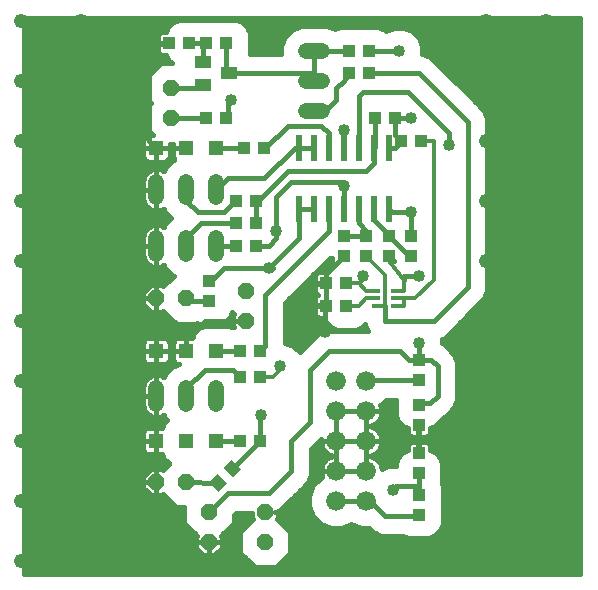
<source format=gtl>
G75*
%MOIN*%
%OFA0B0*%
%FSLAX25Y25*%
%IPPOS*%
%LPD*%
%AMOC8*
5,1,8,0,0,1.08239X$1,22.5*
%
%ADD10R,0.02362X0.08661*%
%ADD11R,0.04331X0.03937*%
%ADD12OC8,0.05200*%
%ADD13R,0.03937X0.04331*%
%ADD14R,0.05150X0.05150*%
%ADD15C,0.05200*%
%ADD16C,0.06600*%
%ADD17R,0.02756X0.01181*%
%ADD18R,0.05512X0.03937*%
%ADD19C,0.01600*%
%ADD20C,0.04000*%
%ADD21C,0.04800*%
%ADD22C,0.01200*%
D10*
X0099300Y0129064D03*
X0104300Y0129064D03*
X0109300Y0129064D03*
X0114300Y0129064D03*
X0119300Y0129064D03*
X0124300Y0129064D03*
X0129300Y0129064D03*
X0129300Y0149536D03*
X0124300Y0149536D03*
X0119300Y0149536D03*
X0114300Y0149536D03*
X0109300Y0149536D03*
X0104300Y0149536D03*
X0099300Y0149536D03*
D11*
X0114300Y0120146D03*
X0114300Y0113454D03*
X0121800Y0113454D03*
X0121800Y0120146D03*
X0129300Y0120146D03*
X0129300Y0113454D03*
X0136800Y0113454D03*
X0136800Y0120146D03*
X0139300Y0078896D03*
X0139300Y0072204D03*
X0139300Y0033896D03*
X0139300Y0027204D03*
X0069300Y0098454D03*
X0069300Y0105146D03*
D12*
X0061800Y0099300D03*
X0051800Y0099300D03*
X0081800Y0101800D03*
X0081800Y0091800D03*
X0061800Y0038050D03*
X0051800Y0038050D03*
X0069300Y0028050D03*
X0069300Y0018050D03*
X0088050Y0018050D03*
X0088050Y0028050D03*
X0056800Y0159300D03*
X0056800Y0169300D03*
D13*
X0068454Y0159300D03*
X0075146Y0159300D03*
X0080954Y0149300D03*
X0087646Y0149300D03*
X0085146Y0131800D03*
X0078454Y0131800D03*
X0078454Y0124300D03*
X0085146Y0124300D03*
X0085146Y0116800D03*
X0078454Y0116800D03*
X0108454Y0104300D03*
X0115146Y0104300D03*
X0115146Y0096800D03*
X0108454Y0096800D03*
X0086396Y0081800D03*
X0079704Y0081800D03*
X0079704Y0073050D03*
X0086396Y0073050D03*
X0086396Y0051800D03*
X0079704Y0051800D03*
G36*
X0079954Y0042411D02*
X0077171Y0039628D01*
X0074110Y0042689D01*
X0076893Y0045472D01*
X0079954Y0042411D01*
G37*
G36*
X0075222Y0037679D02*
X0072439Y0034896D01*
X0069378Y0037957D01*
X0072161Y0040740D01*
X0075222Y0037679D01*
G37*
X0139300Y0040954D03*
X0139300Y0047646D03*
X0139300Y0057204D03*
X0139300Y0063896D03*
X0140146Y0151800D03*
X0133454Y0151800D03*
X0131396Y0159300D03*
X0124704Y0159300D03*
X0122646Y0174300D03*
X0115954Y0174300D03*
X0115954Y0181800D03*
X0122646Y0181800D03*
X0075146Y0184300D03*
X0068454Y0184300D03*
X0062646Y0184300D03*
X0055954Y0184300D03*
D14*
X0051800Y0149300D03*
X0061800Y0149300D03*
X0071800Y0149300D03*
X0071800Y0081800D03*
X0061800Y0081800D03*
X0051800Y0081800D03*
X0051800Y0051800D03*
X0061800Y0051800D03*
X0071800Y0051800D03*
D15*
X0071800Y0064200D02*
X0071800Y0069400D01*
X0061800Y0069400D02*
X0061800Y0064200D01*
X0051800Y0064200D02*
X0051800Y0069400D01*
X0051800Y0114200D02*
X0051800Y0119400D01*
X0061800Y0119400D02*
X0061800Y0114200D01*
X0071800Y0114200D02*
X0071800Y0119400D01*
X0071800Y0132950D02*
X0071800Y0138150D01*
X0061800Y0138150D02*
X0061800Y0132950D01*
X0051800Y0132950D02*
X0051800Y0138150D01*
X0101700Y0161800D02*
X0106900Y0161800D01*
X0106900Y0171800D02*
X0101700Y0171800D01*
X0101700Y0181800D02*
X0106900Y0181800D01*
D16*
X0111800Y0071800D03*
X0111800Y0061800D03*
X0111800Y0051800D03*
X0111800Y0041800D03*
X0111800Y0031800D03*
X0121800Y0031800D03*
X0121800Y0041800D03*
X0121800Y0051800D03*
X0121800Y0061800D03*
X0121800Y0071800D03*
D17*
X0124900Y0096741D03*
X0124900Y0099300D03*
X0124900Y0101859D03*
X0131200Y0101859D03*
X0131200Y0099300D03*
X0131200Y0096741D03*
D18*
X0067469Y0170560D03*
X0067469Y0178040D03*
X0076131Y0174300D03*
D19*
X0007600Y0192850D02*
X0007600Y0007600D01*
X0192850Y0007600D01*
X0192850Y0192850D01*
X0007600Y0192850D01*
X0007600Y0192023D02*
X0058939Y0192023D01*
X0059524Y0192265D02*
X0057393Y0191382D01*
X0055761Y0189751D01*
X0055146Y0188265D01*
X0053748Y0188265D01*
X0053290Y0188143D01*
X0052880Y0187906D01*
X0052545Y0187571D01*
X0052308Y0187160D01*
X0052185Y0186702D01*
X0052185Y0184484D01*
X0054878Y0184484D01*
X0054878Y0184116D01*
X0052185Y0184116D01*
X0052185Y0181898D01*
X0052308Y0181440D01*
X0052545Y0181029D01*
X0052880Y0180694D01*
X0053290Y0180457D01*
X0053748Y0180335D01*
X0055146Y0180335D01*
X0055761Y0178849D01*
X0056910Y0177700D01*
X0053321Y0177700D01*
X0048400Y0172779D01*
X0048400Y0165821D01*
X0049921Y0164300D01*
X0048400Y0162779D01*
X0048400Y0155821D01*
X0050546Y0153675D01*
X0048988Y0153675D01*
X0048530Y0153552D01*
X0048120Y0153315D01*
X0047785Y0152980D01*
X0047548Y0152570D01*
X0047425Y0152112D01*
X0047425Y0149300D01*
X0051800Y0149300D01*
X0049300Y0151800D01*
X0049300Y0180550D01*
X0053050Y0184300D01*
X0055954Y0184300D01*
X0052185Y0184030D02*
X0007600Y0184030D01*
X0007600Y0182432D02*
X0052185Y0182432D01*
X0052741Y0180833D02*
X0007600Y0180833D01*
X0007600Y0179235D02*
X0055601Y0179235D01*
X0053257Y0177636D02*
X0007600Y0177636D01*
X0007600Y0176038D02*
X0051658Y0176038D01*
X0050060Y0174439D02*
X0007600Y0174439D01*
X0007600Y0172841D02*
X0048461Y0172841D01*
X0048400Y0171242D02*
X0007600Y0171242D01*
X0007600Y0169644D02*
X0048400Y0169644D01*
X0048400Y0168045D02*
X0007600Y0168045D01*
X0007600Y0166447D02*
X0048400Y0166447D01*
X0049372Y0164848D02*
X0007600Y0164848D01*
X0007600Y0163250D02*
X0048870Y0163250D01*
X0048400Y0161651D02*
X0007600Y0161651D01*
X0007600Y0160053D02*
X0048400Y0160053D01*
X0048400Y0158454D02*
X0007600Y0158454D01*
X0007600Y0156856D02*
X0048400Y0156856D01*
X0048964Y0155257D02*
X0007600Y0155257D01*
X0007600Y0153659D02*
X0048928Y0153659D01*
X0047425Y0152060D02*
X0007600Y0152060D01*
X0007600Y0150462D02*
X0047425Y0150462D01*
X0047425Y0149300D02*
X0047425Y0146488D01*
X0047548Y0146030D01*
X0047785Y0145620D01*
X0048120Y0145285D01*
X0048530Y0145048D01*
X0048988Y0144925D01*
X0051800Y0144925D01*
X0054612Y0144925D01*
X0055070Y0145048D01*
X0055480Y0145285D01*
X0055815Y0145620D01*
X0056052Y0146030D01*
X0056175Y0146488D01*
X0056175Y0149300D01*
X0056175Y0150900D01*
X0057425Y0150900D01*
X0057425Y0149300D01*
X0061800Y0149300D01*
X0051800Y0149300D01*
X0051800Y0135550D01*
X0051800Y0116800D01*
X0051800Y0099300D01*
X0051800Y0081800D01*
X0061800Y0081800D01*
X0061800Y0085550D01*
X0068050Y0091800D01*
X0081800Y0091800D01*
X0081450Y0091800D02*
X0077400Y0091800D01*
X0081450Y0091800D01*
X0081450Y0091800D01*
X0077400Y0091800D02*
X0077400Y0089977D01*
X0077612Y0089765D01*
X0076581Y0089765D01*
X0076549Y0089752D01*
X0075528Y0090175D01*
X0068071Y0090175D01*
X0065940Y0089292D01*
X0064308Y0087660D01*
X0063693Y0086175D01*
X0061800Y0086175D01*
X0061800Y0081800D01*
X0061800Y0081800D01*
X0061800Y0081800D01*
X0057425Y0081800D01*
X0057425Y0084612D01*
X0057548Y0085070D01*
X0057785Y0085480D01*
X0058120Y0085815D01*
X0058530Y0086052D01*
X0058988Y0086175D01*
X0061800Y0086175D01*
X0061800Y0081800D01*
X0057425Y0081800D01*
X0057425Y0078988D01*
X0057548Y0078530D01*
X0057785Y0078120D01*
X0058120Y0077785D01*
X0058530Y0077548D01*
X0058988Y0077425D01*
X0059224Y0077425D01*
X0057042Y0076521D01*
X0054679Y0074158D01*
X0054230Y0073074D01*
X0054106Y0073163D01*
X0053489Y0073478D01*
X0052830Y0073692D01*
X0052146Y0073800D01*
X0051800Y0073800D01*
X0051800Y0066800D01*
X0051800Y0081800D01*
X0051800Y0081800D01*
X0051800Y0086175D01*
X0054612Y0086175D01*
X0055070Y0086052D01*
X0055480Y0085815D01*
X0055815Y0085480D01*
X0056052Y0085070D01*
X0056175Y0084612D01*
X0056175Y0081800D01*
X0051800Y0081800D01*
X0051800Y0081800D01*
X0051800Y0081800D01*
X0047425Y0081800D01*
X0047425Y0084612D01*
X0047548Y0085070D01*
X0047785Y0085480D01*
X0048120Y0085815D01*
X0048530Y0086052D01*
X0048988Y0086175D01*
X0051800Y0086175D01*
X0051800Y0081800D01*
X0056175Y0081800D01*
X0056175Y0078988D01*
X0056052Y0078530D01*
X0055815Y0078120D01*
X0055480Y0077785D01*
X0055070Y0077548D01*
X0054612Y0077425D01*
X0051800Y0077425D01*
X0048988Y0077425D01*
X0048530Y0077548D01*
X0048120Y0077785D01*
X0047785Y0078120D01*
X0047548Y0078530D01*
X0047425Y0078988D01*
X0047425Y0081800D01*
X0051800Y0081800D01*
X0051800Y0077425D01*
X0051800Y0081800D01*
X0051800Y0081800D01*
X0051800Y0081726D02*
X0051800Y0081726D01*
X0051800Y0083324D02*
X0051800Y0083324D01*
X0051800Y0084923D02*
X0051800Y0084923D01*
X0047508Y0084923D02*
X0007600Y0084923D01*
X0007600Y0086521D02*
X0063836Y0086521D01*
X0064768Y0088120D02*
X0007600Y0088120D01*
X0007600Y0089718D02*
X0066969Y0089718D01*
X0065981Y0090685D02*
X0072619Y0090685D01*
X0074751Y0091568D01*
X0076382Y0093200D01*
X0077009Y0094712D01*
X0077749Y0093972D01*
X0077400Y0093623D01*
X0077400Y0091800D01*
X0077400Y0091317D02*
X0074144Y0091317D01*
X0076098Y0092915D02*
X0077400Y0092915D01*
X0077207Y0094514D02*
X0076927Y0094514D01*
X0069300Y0098454D02*
X0062646Y0098454D01*
X0061800Y0099300D01*
X0056305Y0092915D02*
X0007600Y0092915D01*
X0007600Y0091317D02*
X0057904Y0091317D01*
X0058321Y0090900D02*
X0065279Y0090900D01*
X0065333Y0090953D01*
X0065981Y0090685D01*
X0061800Y0084923D02*
X0061800Y0084923D01*
X0061800Y0083324D02*
X0061800Y0083324D01*
X0057425Y0083324D02*
X0056175Y0083324D01*
X0056175Y0081726D02*
X0057425Y0081726D01*
X0057425Y0080127D02*
X0056175Y0080127D01*
X0056051Y0078529D02*
X0057549Y0078529D01*
X0058029Y0076930D02*
X0007600Y0076930D01*
X0007600Y0075332D02*
X0055852Y0075332D01*
X0054503Y0073733D02*
X0052569Y0073733D01*
X0051800Y0073733D02*
X0051800Y0073733D01*
X0051800Y0073800D02*
X0051454Y0073800D01*
X0050770Y0073692D01*
X0050111Y0073478D01*
X0049494Y0073163D01*
X0048934Y0072756D01*
X0048444Y0072266D01*
X0048037Y0071706D01*
X0047722Y0071089D01*
X0047508Y0070430D01*
X0047400Y0069746D01*
X0047400Y0066800D01*
X0051800Y0066800D01*
X0051800Y0051800D01*
X0051800Y0038050D01*
X0051800Y0038050D01*
X0051800Y0042450D01*
X0053623Y0042450D01*
X0053972Y0042101D01*
X0056109Y0044238D01*
X0055940Y0044308D01*
X0054308Y0045940D01*
X0053693Y0047425D01*
X0051800Y0047425D01*
X0051800Y0051800D01*
X0051800Y0051800D01*
X0051800Y0056175D01*
X0053693Y0056175D01*
X0054308Y0057660D01*
X0055384Y0058736D01*
X0054679Y0059442D01*
X0054230Y0060526D01*
X0054106Y0060437D01*
X0053489Y0060122D01*
X0052830Y0059908D01*
X0052146Y0059800D01*
X0051800Y0059800D01*
X0051800Y0066800D01*
X0051800Y0066800D01*
X0051800Y0066800D01*
X0051800Y0066800D01*
X0051800Y0073800D01*
X0051031Y0073733D02*
X0007600Y0073733D01*
X0007600Y0072134D02*
X0048348Y0072134D01*
X0047543Y0070536D02*
X0007600Y0070536D01*
X0007600Y0068937D02*
X0047400Y0068937D01*
X0047400Y0067339D02*
X0007600Y0067339D01*
X0007600Y0065740D02*
X0047400Y0065740D01*
X0047400Y0066800D02*
X0047400Y0063854D01*
X0047508Y0063170D01*
X0047722Y0062511D01*
X0048037Y0061894D01*
X0048444Y0061334D01*
X0048934Y0060844D01*
X0049494Y0060437D01*
X0050111Y0060122D01*
X0050770Y0059908D01*
X0051454Y0059800D01*
X0051800Y0059800D01*
X0051800Y0066800D01*
X0047400Y0066800D01*
X0047400Y0064142D02*
X0007600Y0064142D01*
X0007600Y0062543D02*
X0047712Y0062543D01*
X0048833Y0060945D02*
X0007600Y0060945D01*
X0007600Y0059346D02*
X0054774Y0059346D01*
X0054396Y0057748D02*
X0007600Y0057748D01*
X0007600Y0056149D02*
X0048893Y0056149D01*
X0048988Y0056175D02*
X0048530Y0056052D01*
X0048120Y0055815D01*
X0047785Y0055480D01*
X0047548Y0055070D01*
X0047425Y0054612D01*
X0047425Y0051800D01*
X0051800Y0051800D01*
X0051800Y0051800D01*
X0051800Y0051800D01*
X0051800Y0056175D01*
X0048988Y0056175D01*
X0047425Y0054551D02*
X0007600Y0054551D01*
X0007600Y0052952D02*
X0047425Y0052952D01*
X0047425Y0051800D02*
X0047425Y0048988D01*
X0047548Y0048530D01*
X0047785Y0048120D01*
X0048120Y0047785D01*
X0048530Y0047548D01*
X0048988Y0047425D01*
X0051800Y0047425D01*
X0051800Y0051800D01*
X0047425Y0051800D01*
X0047425Y0051354D02*
X0007600Y0051354D01*
X0007600Y0049755D02*
X0047425Y0049755D01*
X0047764Y0048157D02*
X0007600Y0048157D01*
X0007600Y0046558D02*
X0054052Y0046558D01*
X0055288Y0044960D02*
X0007600Y0044960D01*
X0007600Y0043361D02*
X0055232Y0043361D01*
X0051800Y0042450D02*
X0049977Y0042450D01*
X0047400Y0039873D01*
X0047400Y0038050D01*
X0051800Y0038050D01*
X0051800Y0033650D01*
X0053623Y0033650D01*
X0053972Y0033999D01*
X0058321Y0029650D01*
X0060900Y0029650D01*
X0060900Y0024571D01*
X0065249Y0020222D01*
X0064900Y0019873D01*
X0064900Y0018050D01*
X0069300Y0018050D01*
X0073700Y0018050D01*
X0073700Y0019873D01*
X0073351Y0020222D01*
X0077700Y0024571D01*
X0077700Y0027116D01*
X0078284Y0027700D01*
X0083650Y0027700D01*
X0083650Y0026227D01*
X0083999Y0025878D01*
X0079650Y0021529D01*
X0079650Y0014571D01*
X0084571Y0009650D01*
X0091529Y0009650D01*
X0096450Y0014571D01*
X0096450Y0021529D01*
X0092101Y0025878D01*
X0092450Y0026227D01*
X0092450Y0028050D01*
X0092450Y0028461D01*
X0093039Y0028705D01*
X0100539Y0036205D01*
X0102395Y0038061D01*
X0103400Y0040487D01*
X0103400Y0049066D01*
X0106731Y0052397D01*
X0106700Y0052201D01*
X0106700Y0051800D01*
X0111800Y0051800D01*
X0111800Y0051800D01*
X0111800Y0061800D01*
X0121800Y0061800D01*
X0126900Y0061800D01*
X0126900Y0062201D01*
X0126774Y0062994D01*
X0126526Y0063758D01*
X0126463Y0063882D01*
X0126955Y0064085D01*
X0128473Y0065604D01*
X0131531Y0065604D01*
X0131531Y0060577D01*
X0132414Y0058446D01*
X0134046Y0056814D01*
X0135531Y0056199D01*
X0135531Y0054801D01*
X0135654Y0054343D01*
X0135891Y0053933D01*
X0136226Y0053598D01*
X0136637Y0053361D01*
X0137095Y0053238D01*
X0139116Y0053238D01*
X0139116Y0055931D01*
X0139484Y0055931D01*
X0139484Y0053238D01*
X0141505Y0053238D01*
X0141963Y0053361D01*
X0142374Y0053598D01*
X0142709Y0053933D01*
X0142946Y0054343D01*
X0143068Y0054801D01*
X0143068Y0056199D01*
X0144554Y0056814D01*
X0146185Y0058446D01*
X0146190Y0058457D01*
X0146789Y0058705D01*
X0149289Y0061205D01*
X0151145Y0063061D01*
X0152150Y0065487D01*
X0152150Y0078113D01*
X0151145Y0080539D01*
X0149049Y0082635D01*
X0147192Y0084492D01*
X0147100Y0084530D01*
X0147100Y0085816D01*
X0148039Y0086205D01*
X0149895Y0088061D01*
X0161145Y0099311D01*
X0162150Y0101737D01*
X0162150Y0159363D01*
X0161145Y0161789D01*
X0159289Y0163645D01*
X0143039Y0179895D01*
X0140613Y0180900D01*
X0140446Y0180900D01*
X0140446Y0183352D01*
X0139259Y0186218D01*
X0137065Y0188413D01*
X0134198Y0189600D01*
X0131095Y0189600D01*
X0128329Y0188454D01*
X0127900Y0188882D01*
X0125769Y0189765D01*
X0119524Y0189765D01*
X0119300Y0189672D01*
X0119076Y0189765D01*
X0112831Y0189765D01*
X0111226Y0189100D01*
X0108571Y0190200D01*
X0100029Y0190200D01*
X0096942Y0188921D01*
X0094579Y0186558D01*
X0093300Y0183471D01*
X0093300Y0180900D01*
X0082881Y0180900D01*
X0082915Y0180981D01*
X0082915Y0187619D01*
X0082032Y0189751D01*
X0080400Y0191382D01*
X0078269Y0192265D01*
X0072024Y0192265D01*
X0071800Y0192172D01*
X0071576Y0192265D01*
X0059524Y0192265D01*
X0056434Y0190424D02*
X0007600Y0190424D01*
X0007600Y0188826D02*
X0055378Y0188826D01*
X0052346Y0187227D02*
X0007600Y0187227D01*
X0007600Y0185629D02*
X0052185Y0185629D01*
X0062646Y0184300D02*
X0068454Y0184300D01*
X0067469Y0183316D01*
X0067469Y0178040D01*
X0067469Y0170560D02*
X0066209Y0169300D01*
X0056800Y0169300D01*
X0056800Y0159300D02*
X0068454Y0159300D01*
X0075146Y0159300D02*
X0075550Y0159704D01*
X0075550Y0164300D01*
X0076800Y0165550D01*
X0076131Y0174300D02*
X0104300Y0174300D01*
X0104300Y0171800D01*
X0104300Y0174300D02*
X0104300Y0181800D01*
X0115954Y0181800D01*
X0122646Y0181800D02*
X0132646Y0181800D01*
X0138250Y0187227D02*
X0192850Y0187227D01*
X0192850Y0185629D02*
X0139503Y0185629D01*
X0140165Y0184030D02*
X0192850Y0184030D01*
X0192850Y0182432D02*
X0140446Y0182432D01*
X0140774Y0180833D02*
X0192850Y0180833D01*
X0192850Y0179235D02*
X0143699Y0179235D01*
X0145298Y0177636D02*
X0192850Y0177636D01*
X0192850Y0176038D02*
X0146896Y0176038D01*
X0148495Y0174439D02*
X0192850Y0174439D01*
X0192850Y0172841D02*
X0150093Y0172841D01*
X0151692Y0171242D02*
X0192850Y0171242D01*
X0192850Y0169644D02*
X0153290Y0169644D01*
X0154889Y0168045D02*
X0192850Y0168045D01*
X0192850Y0166447D02*
X0156487Y0166447D01*
X0158086Y0164848D02*
X0192850Y0164848D01*
X0192850Y0163250D02*
X0159684Y0163250D01*
X0161202Y0161651D02*
X0192850Y0161651D01*
X0192850Y0160053D02*
X0161864Y0160053D01*
X0162150Y0158454D02*
X0192850Y0158454D01*
X0192850Y0156856D02*
X0162150Y0156856D01*
X0162150Y0155257D02*
X0192850Y0155257D01*
X0192850Y0153659D02*
X0162150Y0153659D01*
X0162150Y0152060D02*
X0192850Y0152060D01*
X0192850Y0150462D02*
X0162150Y0150462D01*
X0162150Y0148863D02*
X0192850Y0148863D01*
X0192850Y0147265D02*
X0162150Y0147265D01*
X0162150Y0145666D02*
X0192850Y0145666D01*
X0192850Y0144068D02*
X0162150Y0144068D01*
X0162150Y0142469D02*
X0192850Y0142469D01*
X0192850Y0140870D02*
X0162150Y0140870D01*
X0162150Y0139272D02*
X0192850Y0139272D01*
X0192850Y0137673D02*
X0162150Y0137673D01*
X0162150Y0136075D02*
X0192850Y0136075D01*
X0192850Y0134476D02*
X0162150Y0134476D01*
X0162150Y0132878D02*
X0192850Y0132878D01*
X0192850Y0131279D02*
X0162150Y0131279D01*
X0162150Y0129681D02*
X0192850Y0129681D01*
X0192850Y0128082D02*
X0162150Y0128082D01*
X0162150Y0126484D02*
X0192850Y0126484D01*
X0192850Y0124885D02*
X0162150Y0124885D01*
X0162150Y0123287D02*
X0192850Y0123287D01*
X0192850Y0121688D02*
X0162150Y0121688D01*
X0162150Y0120090D02*
X0192850Y0120090D01*
X0192850Y0118491D02*
X0162150Y0118491D01*
X0162150Y0116893D02*
X0192850Y0116893D01*
X0192850Y0115294D02*
X0162150Y0115294D01*
X0162150Y0113696D02*
X0192850Y0113696D01*
X0192850Y0112097D02*
X0162150Y0112097D01*
X0162150Y0110499D02*
X0192850Y0110499D01*
X0192850Y0108900D02*
X0162150Y0108900D01*
X0162150Y0107302D02*
X0192850Y0107302D01*
X0192850Y0105703D02*
X0162150Y0105703D01*
X0162150Y0104105D02*
X0192850Y0104105D01*
X0192850Y0102506D02*
X0162150Y0102506D01*
X0161806Y0100908D02*
X0192850Y0100908D01*
X0192850Y0099309D02*
X0161143Y0099309D01*
X0159544Y0097711D02*
X0192850Y0097711D01*
X0192850Y0096112D02*
X0157946Y0096112D01*
X0156347Y0094514D02*
X0192850Y0094514D01*
X0192850Y0092915D02*
X0154749Y0092915D01*
X0153150Y0091317D02*
X0192850Y0091317D01*
X0192850Y0089718D02*
X0151552Y0089718D01*
X0149953Y0088120D02*
X0192850Y0088120D01*
X0192850Y0086521D02*
X0148355Y0086521D01*
X0147100Y0084923D02*
X0192850Y0084923D01*
X0192850Y0083324D02*
X0148360Y0083324D01*
X0149958Y0081726D02*
X0192850Y0081726D01*
X0192850Y0080127D02*
X0151316Y0080127D01*
X0151978Y0078529D02*
X0192850Y0078529D01*
X0192850Y0076930D02*
X0152150Y0076930D01*
X0152150Y0075332D02*
X0192850Y0075332D01*
X0192850Y0073733D02*
X0152150Y0073733D01*
X0152150Y0072134D02*
X0192850Y0072134D01*
X0192850Y0070536D02*
X0152150Y0070536D01*
X0152150Y0068937D02*
X0192850Y0068937D01*
X0192850Y0067339D02*
X0152150Y0067339D01*
X0152150Y0065740D02*
X0192850Y0065740D01*
X0192850Y0064142D02*
X0151593Y0064142D01*
X0150627Y0062543D02*
X0192850Y0062543D01*
X0192850Y0060945D02*
X0149029Y0060945D01*
X0147430Y0059346D02*
X0192850Y0059346D01*
X0192850Y0057748D02*
X0145488Y0057748D01*
X0143068Y0056149D02*
X0192850Y0056149D01*
X0192850Y0054551D02*
X0143001Y0054551D01*
X0141963Y0051489D02*
X0141505Y0051612D01*
X0139484Y0051612D01*
X0139484Y0048919D01*
X0139116Y0048919D01*
X0139116Y0051612D01*
X0137095Y0051612D01*
X0136637Y0051489D01*
X0136226Y0051252D01*
X0135891Y0050917D01*
X0135654Y0050507D01*
X0135531Y0050049D01*
X0135531Y0048651D01*
X0134046Y0048036D01*
X0132414Y0046404D01*
X0131531Y0044273D01*
X0131531Y0043400D01*
X0130487Y0043400D01*
X0130366Y0043350D01*
X0128998Y0043350D01*
X0126858Y0042464D01*
X0126774Y0042994D01*
X0126526Y0043758D01*
X0126162Y0044473D01*
X0125690Y0045122D01*
X0125122Y0045690D01*
X0124473Y0046162D01*
X0123758Y0046526D01*
X0122994Y0046774D01*
X0122833Y0046800D01*
X0122994Y0046826D01*
X0123758Y0047074D01*
X0124473Y0047438D01*
X0125122Y0047910D01*
X0125690Y0048478D01*
X0126162Y0049127D01*
X0126526Y0049842D01*
X0126774Y0050606D01*
X0126900Y0051399D01*
X0126900Y0051800D01*
X0126900Y0052201D01*
X0126774Y0052994D01*
X0126526Y0053758D01*
X0126162Y0054473D01*
X0125690Y0055122D01*
X0125122Y0055690D01*
X0124473Y0056162D01*
X0123758Y0056526D01*
X0122994Y0056774D01*
X0122833Y0056800D01*
X0122994Y0056826D01*
X0123758Y0057074D01*
X0124473Y0057438D01*
X0125122Y0057910D01*
X0125690Y0058478D01*
X0126162Y0059127D01*
X0126526Y0059842D01*
X0126774Y0060606D01*
X0126900Y0061399D01*
X0126900Y0061800D01*
X0121800Y0061800D01*
X0121800Y0061800D01*
X0121800Y0061800D01*
X0121800Y0051800D01*
X0139300Y0051800D01*
X0139300Y0057204D01*
X0139116Y0054551D02*
X0139484Y0054551D01*
X0139300Y0051800D02*
X0139300Y0047646D01*
X0139116Y0049755D02*
X0139484Y0049755D01*
X0139484Y0051354D02*
X0139116Y0051354D01*
X0136402Y0051354D02*
X0126893Y0051354D01*
X0126900Y0051800D02*
X0121800Y0051800D01*
X0126900Y0051800D01*
X0126781Y0052952D02*
X0192850Y0052952D01*
X0192850Y0051354D02*
X0142198Y0051354D01*
X0142374Y0051252D02*
X0141963Y0051489D01*
X0142374Y0051252D02*
X0142709Y0050917D01*
X0142946Y0050507D01*
X0143068Y0050049D01*
X0143068Y0048651D01*
X0144554Y0048036D01*
X0146185Y0046404D01*
X0147068Y0044273D01*
X0147068Y0037634D01*
X0147039Y0037564D01*
X0147265Y0037019D01*
X0147265Y0030774D01*
X0147172Y0030550D01*
X0147265Y0030326D01*
X0147265Y0024081D01*
X0146382Y0021950D01*
X0144751Y0020318D01*
X0142619Y0019435D01*
X0135981Y0019435D01*
X0134134Y0020200D01*
X0126737Y0020200D01*
X0124311Y0021205D01*
X0122816Y0022700D01*
X0119990Y0022700D01*
X0116800Y0024021D01*
X0113610Y0022700D01*
X0109990Y0022700D01*
X0106645Y0024085D01*
X0104085Y0026645D01*
X0102700Y0029990D01*
X0102700Y0033610D01*
X0104085Y0036955D01*
X0106645Y0039515D01*
X0107137Y0039718D01*
X0107074Y0039842D01*
X0106826Y0040606D01*
X0106700Y0041399D01*
X0106700Y0041800D01*
X0111800Y0041800D01*
X0121800Y0041800D01*
X0121800Y0041800D01*
X0121800Y0051800D01*
X0121800Y0051800D01*
X0121800Y0051800D01*
X0121800Y0051800D01*
X0121800Y0056900D01*
X0121800Y0061800D01*
X0121800Y0061800D01*
X0116700Y0061800D01*
X0111800Y0061800D01*
X0111800Y0061800D01*
X0111800Y0061800D01*
X0111800Y0056900D01*
X0111800Y0051800D01*
X0121800Y0051800D01*
X0121800Y0051800D01*
X0121800Y0046900D01*
X0121800Y0041800D01*
X0121800Y0041800D01*
X0116700Y0041800D01*
X0111800Y0041800D01*
X0111800Y0041800D01*
X0111800Y0041800D01*
X0111800Y0051800D01*
X0111800Y0051800D01*
X0111800Y0051800D01*
X0111800Y0051800D01*
X0116700Y0051800D01*
X0121800Y0051800D01*
X0121800Y0051354D02*
X0121800Y0051354D01*
X0121800Y0052952D02*
X0121800Y0052952D01*
X0121800Y0054551D02*
X0121800Y0054551D01*
X0121800Y0056149D02*
X0121800Y0056149D01*
X0121800Y0057748D02*
X0121800Y0057748D01*
X0121800Y0059346D02*
X0121800Y0059346D01*
X0121800Y0060945D02*
X0121800Y0060945D01*
X0124899Y0057748D02*
X0133112Y0057748D01*
X0132041Y0059346D02*
X0126274Y0059346D01*
X0126828Y0060945D02*
X0131531Y0060945D01*
X0131531Y0062543D02*
X0126846Y0062543D01*
X0127011Y0064142D02*
X0131531Y0064142D01*
X0135531Y0056149D02*
X0124490Y0056149D01*
X0126105Y0054551D02*
X0135599Y0054551D01*
X0135531Y0049755D02*
X0126482Y0049755D01*
X0125369Y0048157D02*
X0134338Y0048157D01*
X0132568Y0046558D02*
X0123659Y0046558D01*
X0121800Y0046558D02*
X0121800Y0046558D01*
X0121800Y0044960D02*
X0121800Y0044960D01*
X0121800Y0043361D02*
X0121800Y0043361D01*
X0125808Y0044960D02*
X0131816Y0044960D01*
X0130394Y0043361D02*
X0126655Y0043361D01*
X0121800Y0048157D02*
X0121800Y0048157D01*
X0121800Y0049755D02*
X0121800Y0049755D01*
X0111800Y0049755D02*
X0111800Y0049755D01*
X0111800Y0048157D02*
X0111800Y0048157D01*
X0111800Y0046900D02*
X0111800Y0041800D01*
X0111800Y0041800D01*
X0106700Y0041800D01*
X0106700Y0042201D01*
X0106826Y0042994D01*
X0107074Y0043758D01*
X0107438Y0044473D01*
X0107910Y0045122D01*
X0108478Y0045690D01*
X0109127Y0046162D01*
X0109842Y0046526D01*
X0110606Y0046774D01*
X0110767Y0046800D01*
X0110606Y0046826D01*
X0109842Y0047074D01*
X0109127Y0047438D01*
X0108478Y0047910D01*
X0107910Y0048478D01*
X0107438Y0049127D01*
X0107074Y0049842D01*
X0106826Y0050606D01*
X0106700Y0051399D01*
X0106700Y0051800D01*
X0111800Y0051800D01*
X0111800Y0046900D01*
X0111800Y0046558D02*
X0111800Y0046558D01*
X0111800Y0044960D02*
X0111800Y0044960D01*
X0111800Y0043361D02*
X0111800Y0043361D01*
X0109941Y0046558D02*
X0103400Y0046558D01*
X0103400Y0044960D02*
X0107792Y0044960D01*
X0106945Y0043361D02*
X0103400Y0043361D01*
X0103400Y0041763D02*
X0106700Y0041763D01*
X0106969Y0040164D02*
X0103266Y0040164D01*
X0102604Y0038566D02*
X0105696Y0038566D01*
X0104098Y0036967D02*
X0101301Y0036967D01*
X0099703Y0035369D02*
X0103428Y0035369D01*
X0102766Y0033770D02*
X0098104Y0033770D01*
X0096506Y0032172D02*
X0102700Y0032172D01*
X0102700Y0030573D02*
X0094907Y0030573D01*
X0093309Y0028975D02*
X0103121Y0028975D01*
X0103783Y0027376D02*
X0092450Y0027376D01*
X0092450Y0028050D02*
X0091458Y0028050D01*
X0092450Y0028050D01*
X0091458Y0028050D02*
X0091458Y0028050D01*
X0092202Y0025778D02*
X0104953Y0025778D01*
X0106552Y0024179D02*
X0093800Y0024179D01*
X0095399Y0022581D02*
X0122936Y0022581D01*
X0124849Y0020982D02*
X0096450Y0020982D01*
X0096450Y0019384D02*
X0192850Y0019384D01*
X0192850Y0020982D02*
X0145415Y0020982D01*
X0146644Y0022581D02*
X0192850Y0022581D01*
X0192850Y0024179D02*
X0147265Y0024179D01*
X0147265Y0025778D02*
X0192850Y0025778D01*
X0192850Y0027376D02*
X0147265Y0027376D01*
X0147265Y0028975D02*
X0192850Y0028975D01*
X0192850Y0030573D02*
X0147182Y0030573D01*
X0147265Y0032172D02*
X0192850Y0032172D01*
X0192850Y0033770D02*
X0147265Y0033770D01*
X0147265Y0035369D02*
X0192850Y0035369D01*
X0192850Y0036967D02*
X0147265Y0036967D01*
X0147068Y0038566D02*
X0192850Y0038566D01*
X0192850Y0040164D02*
X0147068Y0040164D01*
X0147068Y0041763D02*
X0192850Y0041763D01*
X0192850Y0043361D02*
X0147068Y0043361D01*
X0146784Y0044960D02*
X0192850Y0044960D01*
X0192850Y0046558D02*
X0146032Y0046558D01*
X0144262Y0048157D02*
X0192850Y0048157D01*
X0192850Y0049755D02*
X0143068Y0049755D01*
X0139300Y0040954D02*
X0139300Y0036800D01*
X0131800Y0036800D01*
X0130550Y0035550D01*
X0123050Y0031800D02*
X0128050Y0026800D01*
X0138896Y0026800D01*
X0139300Y0027204D01*
X0139300Y0033896D02*
X0139300Y0036800D01*
X0123050Y0031800D02*
X0121800Y0031800D01*
X0111800Y0031800D01*
X0096800Y0041800D02*
X0096800Y0051800D01*
X0103050Y0058050D01*
X0103050Y0075550D01*
X0109300Y0081800D01*
X0133050Y0081800D01*
X0135954Y0078896D01*
X0139300Y0078896D01*
X0139300Y0084300D01*
X0139300Y0078896D02*
X0143454Y0078896D01*
X0145550Y0076800D01*
X0145550Y0066800D01*
X0143050Y0064300D01*
X0139704Y0064300D01*
X0139300Y0063896D01*
X0139300Y0072204D02*
X0122204Y0072204D01*
X0121800Y0071800D01*
X0111800Y0060945D02*
X0111800Y0060945D01*
X0111800Y0059346D02*
X0111800Y0059346D01*
X0111800Y0057748D02*
X0111800Y0057748D01*
X0111800Y0056149D02*
X0111800Y0056149D01*
X0111800Y0054551D02*
X0111800Y0054551D01*
X0111800Y0052952D02*
X0111800Y0052952D01*
X0111800Y0051354D02*
X0111800Y0051354D01*
X0108231Y0048157D02*
X0103400Y0048157D01*
X0104089Y0049755D02*
X0107118Y0049755D01*
X0106707Y0051354D02*
X0105688Y0051354D01*
X0096800Y0041800D02*
X0089300Y0034300D01*
X0075550Y0034300D01*
X0069300Y0028050D01*
X0075710Y0022581D02*
X0080701Y0022581D01*
X0079650Y0020982D02*
X0074112Y0020982D01*
X0073700Y0019384D02*
X0079650Y0019384D01*
X0079650Y0017785D02*
X0073700Y0017785D01*
X0073700Y0018050D02*
X0073700Y0016227D01*
X0071123Y0013650D01*
X0069300Y0013650D01*
X0069300Y0018050D01*
X0069300Y0018050D01*
X0073700Y0018050D01*
X0073659Y0016187D02*
X0079650Y0016187D01*
X0079650Y0014588D02*
X0072061Y0014588D01*
X0069300Y0014588D02*
X0069300Y0014588D01*
X0069300Y0013650D02*
X0067477Y0013650D01*
X0064900Y0016227D01*
X0064900Y0018050D01*
X0069300Y0018050D01*
X0069300Y0018050D01*
X0069300Y0018050D01*
X0069300Y0013650D01*
X0066539Y0014588D02*
X0007600Y0014588D01*
X0007600Y0012990D02*
X0081231Y0012990D01*
X0082830Y0011391D02*
X0007600Y0011391D01*
X0007600Y0009793D02*
X0084428Y0009793D01*
X0091672Y0009793D02*
X0192850Y0009793D01*
X0192850Y0011391D02*
X0093270Y0011391D01*
X0094869Y0012990D02*
X0192850Y0012990D01*
X0192850Y0014588D02*
X0096450Y0014588D01*
X0096450Y0016187D02*
X0192850Y0016187D01*
X0192850Y0017785D02*
X0096450Y0017785D01*
X0083898Y0025778D02*
X0077700Y0025778D01*
X0077960Y0027376D02*
X0083650Y0027376D01*
X0082300Y0024179D02*
X0077309Y0024179D01*
X0069300Y0017785D02*
X0069300Y0017785D01*
X0069300Y0016187D02*
X0069300Y0016187D01*
X0064941Y0016187D02*
X0007600Y0016187D01*
X0007600Y0017785D02*
X0064900Y0017785D01*
X0064900Y0019384D02*
X0007600Y0019384D01*
X0007600Y0020982D02*
X0064488Y0020982D01*
X0062890Y0022581D02*
X0007600Y0022581D01*
X0007600Y0024179D02*
X0061291Y0024179D01*
X0060900Y0025778D02*
X0007600Y0025778D01*
X0007600Y0027376D02*
X0060900Y0027376D01*
X0060900Y0028975D02*
X0007600Y0028975D01*
X0007600Y0030573D02*
X0057397Y0030573D01*
X0055799Y0032172D02*
X0007600Y0032172D01*
X0007600Y0033770D02*
X0049857Y0033770D01*
X0049977Y0033650D02*
X0051800Y0033650D01*
X0051800Y0038050D01*
X0051800Y0038050D01*
X0051800Y0038050D01*
X0051800Y0042450D01*
X0051800Y0041763D02*
X0051800Y0041763D01*
X0051800Y0040164D02*
X0051800Y0040164D01*
X0051800Y0038566D02*
X0051800Y0038566D01*
X0051800Y0038050D02*
X0047400Y0038050D01*
X0047400Y0036227D01*
X0049977Y0033650D01*
X0051800Y0033770D02*
X0051800Y0033770D01*
X0051800Y0035369D02*
X0051800Y0035369D01*
X0051800Y0036967D02*
X0051800Y0036967D01*
X0048259Y0035369D02*
X0007600Y0035369D01*
X0007600Y0036967D02*
X0047400Y0036967D01*
X0047400Y0038566D02*
X0007600Y0038566D01*
X0007600Y0040164D02*
X0047692Y0040164D01*
X0049290Y0041763D02*
X0007600Y0041763D01*
X0007600Y0008194D02*
X0192850Y0008194D01*
X0122280Y0088400D02*
X0110613Y0088400D01*
X0107987Y0088400D01*
X0105561Y0087395D01*
X0099524Y0081357D01*
X0097468Y0083413D01*
X0094650Y0084580D01*
X0094650Y0097816D01*
X0109730Y0112896D01*
X0110335Y0112646D01*
X0110335Y0111565D01*
X0109893Y0111382D01*
X0108261Y0109751D01*
X0107646Y0108265D01*
X0106248Y0108265D01*
X0105790Y0108143D01*
X0105380Y0107906D01*
X0105045Y0107571D01*
X0104808Y0107160D01*
X0104685Y0106702D01*
X0104685Y0104484D01*
X0107378Y0104484D01*
X0107378Y0104116D01*
X0104685Y0104116D01*
X0104685Y0101898D01*
X0104808Y0101440D01*
X0105045Y0101029D01*
X0105380Y0100694D01*
X0105630Y0100550D01*
X0105380Y0100406D01*
X0105045Y0100071D01*
X0104808Y0099660D01*
X0104685Y0099202D01*
X0104685Y0096984D01*
X0107378Y0096984D01*
X0107378Y0096616D01*
X0104685Y0096616D01*
X0104685Y0094398D01*
X0104808Y0093940D01*
X0105045Y0093529D01*
X0105380Y0093194D01*
X0105790Y0092957D01*
X0106248Y0092835D01*
X0107646Y0092835D01*
X0108261Y0091349D01*
X0109893Y0089718D01*
X0112024Y0088835D01*
X0118269Y0088835D01*
X0120400Y0089718D01*
X0121391Y0090708D01*
X0121391Y0090546D01*
X0122280Y0088400D01*
X0121734Y0089718D02*
X0120401Y0089718D01*
X0127991Y0091859D02*
X0127991Y0096741D01*
X0127991Y0091859D02*
X0128050Y0091800D01*
X0144300Y0091800D01*
X0155550Y0103050D01*
X0155550Y0158050D01*
X0139300Y0174300D01*
X0122646Y0174300D01*
X0120550Y0168050D02*
X0119300Y0166800D01*
X0119300Y0149536D01*
X0114300Y0149536D02*
X0114300Y0155550D01*
X0109300Y0154300D02*
X0109300Y0149536D01*
X0109300Y0154300D02*
X0106800Y0156800D01*
X0095550Y0156800D01*
X0088050Y0149300D01*
X0087646Y0149300D01*
X0080954Y0149300D02*
X0071800Y0149300D01*
X0061800Y0149300D02*
X0057425Y0149300D01*
X0057425Y0146488D01*
X0057548Y0146030D01*
X0057785Y0145620D01*
X0057814Y0145591D01*
X0057042Y0145271D01*
X0054679Y0142908D01*
X0054230Y0141824D01*
X0054106Y0141913D01*
X0053489Y0142228D01*
X0052830Y0142442D01*
X0052146Y0142550D01*
X0051800Y0142550D01*
X0051800Y0135550D01*
X0051800Y0135550D01*
X0051800Y0128550D01*
X0052146Y0128550D01*
X0052830Y0128658D01*
X0053489Y0128872D01*
X0054106Y0129187D01*
X0054230Y0129276D01*
X0054679Y0128192D01*
X0056696Y0126175D01*
X0054679Y0124158D01*
X0054230Y0123074D01*
X0054106Y0123163D01*
X0053489Y0123478D01*
X0052830Y0123692D01*
X0052146Y0123800D01*
X0051800Y0123800D01*
X0051800Y0116800D01*
X0051800Y0116800D01*
X0051800Y0109800D01*
X0052146Y0109800D01*
X0052830Y0109908D01*
X0053489Y0110122D01*
X0054106Y0110437D01*
X0054230Y0110526D01*
X0054679Y0109442D01*
X0057042Y0107079D01*
X0057507Y0106886D01*
X0053972Y0103351D01*
X0053623Y0103700D01*
X0051800Y0103700D01*
X0051800Y0099300D01*
X0051800Y0099300D01*
X0051800Y0094900D01*
X0053623Y0094900D01*
X0053972Y0095249D01*
X0058321Y0090900D01*
X0054707Y0094514D02*
X0007600Y0094514D01*
X0007600Y0096112D02*
X0048765Y0096112D01*
X0049977Y0094900D02*
X0051800Y0094900D01*
X0051800Y0099300D01*
X0051800Y0099300D01*
X0051800Y0099300D01*
X0047400Y0099300D01*
X0047400Y0101123D01*
X0049977Y0103700D01*
X0051800Y0103700D01*
X0051800Y0099300D01*
X0047400Y0099300D01*
X0047400Y0097477D01*
X0049977Y0094900D01*
X0051800Y0096112D02*
X0051800Y0096112D01*
X0051800Y0097711D02*
X0051800Y0097711D01*
X0051800Y0099309D02*
X0051800Y0099309D01*
X0051800Y0100908D02*
X0051800Y0100908D01*
X0051800Y0102506D02*
X0051800Y0102506D01*
X0048784Y0102506D02*
X0007600Y0102506D01*
X0007600Y0100908D02*
X0047400Y0100908D01*
X0047400Y0099309D02*
X0007600Y0099309D01*
X0007600Y0097711D02*
X0047400Y0097711D01*
X0054725Y0104105D02*
X0007600Y0104105D01*
X0007600Y0105703D02*
X0056324Y0105703D01*
X0056819Y0107302D02*
X0007600Y0107302D01*
X0007600Y0108900D02*
X0055220Y0108900D01*
X0054241Y0110499D02*
X0054191Y0110499D01*
X0051800Y0110499D02*
X0051800Y0110499D01*
X0051800Y0109800D02*
X0051800Y0116800D01*
X0051800Y0116800D01*
X0051800Y0116800D01*
X0047400Y0116800D01*
X0047400Y0119746D01*
X0047508Y0120430D01*
X0047722Y0121089D01*
X0048037Y0121706D01*
X0048444Y0122266D01*
X0048934Y0122756D01*
X0049494Y0123163D01*
X0050111Y0123478D01*
X0050770Y0123692D01*
X0051454Y0123800D01*
X0051800Y0123800D01*
X0051800Y0116800D01*
X0047400Y0116800D01*
X0047400Y0113854D01*
X0047508Y0113170D01*
X0047722Y0112511D01*
X0048037Y0111894D01*
X0048444Y0111334D01*
X0048934Y0110844D01*
X0049494Y0110437D01*
X0050111Y0110122D01*
X0050770Y0109908D01*
X0051454Y0109800D01*
X0051800Y0109800D01*
X0051800Y0112097D02*
X0051800Y0112097D01*
X0051800Y0113696D02*
X0051800Y0113696D01*
X0051800Y0115294D02*
X0051800Y0115294D01*
X0051800Y0116893D02*
X0051800Y0116893D01*
X0051800Y0118491D02*
X0051800Y0118491D01*
X0051800Y0120090D02*
X0051800Y0120090D01*
X0051800Y0121688D02*
X0051800Y0121688D01*
X0051800Y0123287D02*
X0051800Y0123287D01*
X0049737Y0123287D02*
X0007600Y0123287D01*
X0007600Y0124885D02*
X0055406Y0124885D01*
X0056387Y0126484D02*
X0007600Y0126484D01*
X0007600Y0128082D02*
X0054788Y0128082D01*
X0051800Y0128550D02*
X0051800Y0135550D01*
X0051800Y0135550D01*
X0051800Y0135550D01*
X0047400Y0135550D01*
X0047400Y0138496D01*
X0047508Y0139180D01*
X0047722Y0139839D01*
X0048037Y0140456D01*
X0048444Y0141016D01*
X0048934Y0141506D01*
X0049494Y0141913D01*
X0050111Y0142228D01*
X0050770Y0142442D01*
X0051454Y0142550D01*
X0051800Y0142550D01*
X0051800Y0135550D01*
X0047400Y0135550D01*
X0047400Y0132604D01*
X0047508Y0131920D01*
X0047722Y0131261D01*
X0048037Y0130644D01*
X0048444Y0130084D01*
X0048934Y0129594D01*
X0049494Y0129187D01*
X0050111Y0128872D01*
X0050770Y0128658D01*
X0051454Y0128550D01*
X0051800Y0128550D01*
X0051800Y0129681D02*
X0051800Y0129681D01*
X0051800Y0131279D02*
X0051800Y0131279D01*
X0051800Y0132878D02*
X0051800Y0132878D01*
X0051800Y0134476D02*
X0051800Y0134476D01*
X0051800Y0136075D02*
X0051800Y0136075D01*
X0051800Y0137673D02*
X0051800Y0137673D01*
X0051800Y0139272D02*
X0051800Y0139272D01*
X0051800Y0140870D02*
X0051800Y0140870D01*
X0051800Y0142469D02*
X0051800Y0142469D01*
X0050942Y0142469D02*
X0007600Y0142469D01*
X0007600Y0144068D02*
X0055838Y0144068D01*
X0055842Y0145666D02*
X0057758Y0145666D01*
X0057425Y0147265D02*
X0056175Y0147265D01*
X0056175Y0148863D02*
X0057425Y0148863D01*
X0056175Y0149300D02*
X0051800Y0149300D01*
X0056175Y0149300D01*
X0056175Y0150462D02*
X0057425Y0150462D01*
X0061800Y0149300D02*
X0061800Y0149300D01*
X0054497Y0142469D02*
X0052658Y0142469D01*
X0051800Y0144925D02*
X0051800Y0149300D01*
X0051800Y0149300D01*
X0051800Y0149300D01*
X0051800Y0149300D01*
X0051800Y0144925D01*
X0051800Y0145666D02*
X0051800Y0145666D01*
X0051800Y0147265D02*
X0051800Y0147265D01*
X0051800Y0148863D02*
X0051800Y0148863D01*
X0051800Y0149300D02*
X0047425Y0149300D01*
X0047425Y0148863D02*
X0007600Y0148863D01*
X0007600Y0147265D02*
X0047425Y0147265D01*
X0047758Y0145666D02*
X0007600Y0145666D01*
X0007600Y0140870D02*
X0048338Y0140870D01*
X0047538Y0139272D02*
X0007600Y0139272D01*
X0007600Y0137673D02*
X0047400Y0137673D01*
X0047400Y0136075D02*
X0007600Y0136075D01*
X0007600Y0134476D02*
X0047400Y0134476D01*
X0047400Y0132878D02*
X0007600Y0132878D01*
X0007600Y0131279D02*
X0047716Y0131279D01*
X0048847Y0129681D02*
X0007600Y0129681D01*
X0007600Y0121688D02*
X0048028Y0121688D01*
X0047454Y0120090D02*
X0007600Y0120090D01*
X0007600Y0118491D02*
X0047400Y0118491D01*
X0047400Y0116893D02*
X0007600Y0116893D01*
X0007600Y0115294D02*
X0047400Y0115294D01*
X0047425Y0113696D02*
X0007600Y0113696D01*
X0007600Y0112097D02*
X0047933Y0112097D01*
X0049409Y0110499D02*
X0007600Y0110499D01*
X0007600Y0083324D02*
X0047425Y0083324D01*
X0047425Y0081726D02*
X0007600Y0081726D01*
X0007600Y0080127D02*
X0047425Y0080127D01*
X0047549Y0078529D02*
X0007600Y0078529D01*
X0051800Y0078529D02*
X0051800Y0078529D01*
X0051800Y0080127D02*
X0051800Y0080127D01*
X0056092Y0084923D02*
X0057508Y0084923D01*
X0068050Y0075550D02*
X0061800Y0069300D01*
X0061800Y0066800D01*
X0068050Y0075550D02*
X0077204Y0075550D01*
X0079704Y0073050D01*
X0079704Y0081800D02*
X0071800Y0081800D01*
X0086396Y0081800D02*
X0088050Y0083454D01*
X0088050Y0100550D01*
X0109300Y0121800D01*
X0109300Y0129064D01*
X0104300Y0129064D02*
X0099300Y0129064D01*
X0099300Y0119300D01*
X0089300Y0109300D01*
X0090550Y0109300D01*
X0089300Y0109300D02*
X0074300Y0109300D01*
X0070146Y0105146D01*
X0069300Y0105146D01*
X0071800Y0116800D02*
X0078454Y0116800D01*
X0085146Y0116800D02*
X0089300Y0116800D01*
X0091800Y0119300D01*
X0091800Y0121800D01*
X0091800Y0133050D01*
X0096800Y0138050D01*
X0114300Y0138050D01*
X0114300Y0136800D01*
X0114300Y0129064D01*
X0119300Y0129064D02*
X0119300Y0124300D01*
X0121800Y0121800D01*
X0121800Y0120146D01*
X0114300Y0120146D01*
X0114300Y0113454D02*
X0108454Y0107607D01*
X0108454Y0104300D01*
X0108454Y0096800D01*
X0108050Y0096396D01*
X0108050Y0088050D01*
X0107310Y0088120D02*
X0094650Y0088120D01*
X0094650Y0089718D02*
X0109892Y0089718D01*
X0108294Y0091317D02*
X0094650Y0091317D01*
X0094650Y0092915D02*
X0105948Y0092915D01*
X0104685Y0094514D02*
X0094650Y0094514D01*
X0094650Y0096112D02*
X0104685Y0096112D01*
X0104685Y0097711D02*
X0094650Y0097711D01*
X0096143Y0099309D02*
X0104714Y0099309D01*
X0105166Y0100908D02*
X0097742Y0100908D01*
X0099340Y0102506D02*
X0104685Y0102506D01*
X0104685Y0104105D02*
X0100939Y0104105D01*
X0102537Y0105703D02*
X0104685Y0105703D01*
X0104889Y0107302D02*
X0104136Y0107302D01*
X0105734Y0108900D02*
X0107909Y0108900D01*
X0107333Y0110499D02*
X0109009Y0110499D01*
X0108931Y0112097D02*
X0110335Y0112097D01*
X0124300Y0125550D02*
X0124300Y0129064D01*
X0124300Y0125550D02*
X0129300Y0120550D01*
X0129300Y0120146D01*
X0135993Y0113454D01*
X0136800Y0113454D01*
X0130954Y0111800D02*
X0129300Y0113454D01*
X0128700Y0112853D01*
X0129300Y0120146D02*
X0130107Y0120146D01*
X0136800Y0120146D02*
X0136800Y0128050D01*
X0130314Y0128050D01*
X0129300Y0129064D01*
X0121800Y0141800D02*
X0124300Y0144300D01*
X0124300Y0149536D01*
X0124704Y0149940D01*
X0124704Y0159300D01*
X0131396Y0159300D02*
X0131396Y0153857D01*
X0133454Y0151800D01*
X0131190Y0149536D01*
X0129300Y0149536D01*
X0121800Y0141800D02*
X0095550Y0141800D01*
X0085550Y0131800D01*
X0085146Y0131800D01*
X0085146Y0124300D01*
X0078454Y0124300D02*
X0066800Y0124300D01*
X0061800Y0119300D01*
X0061800Y0116800D01*
X0054318Y0123287D02*
X0053863Y0123287D01*
X0061800Y0131800D02*
X0065550Y0128050D01*
X0074300Y0128050D01*
X0076800Y0130550D01*
X0078050Y0132204D01*
X0078454Y0131800D01*
X0071800Y0135550D02*
X0075550Y0139300D01*
X0087814Y0139300D01*
X0098050Y0149300D01*
X0098286Y0149536D01*
X0099300Y0149536D01*
X0104300Y0149536D01*
X0104300Y0161800D02*
X0108050Y0161800D01*
X0111800Y0165550D01*
X0111800Y0169300D01*
X0114300Y0171800D01*
X0115954Y0174300D01*
X0120550Y0168050D02*
X0135550Y0168050D01*
X0149300Y0154300D01*
X0149300Y0150550D01*
X0136800Y0159300D02*
X0131396Y0159300D01*
X0129226Y0188826D02*
X0127957Y0188826D01*
X0136067Y0188826D02*
X0192850Y0188826D01*
X0192850Y0190424D02*
X0081358Y0190424D01*
X0082415Y0188826D02*
X0096846Y0188826D01*
X0095248Y0187227D02*
X0082915Y0187227D01*
X0082915Y0185629D02*
X0094194Y0185629D01*
X0093532Y0184030D02*
X0082915Y0184030D01*
X0082915Y0182432D02*
X0093300Y0182432D01*
X0078854Y0192023D02*
X0192850Y0192023D01*
X0139300Y0106800D02*
X0134300Y0106800D01*
X0134300Y0105550D01*
X0104687Y0086521D02*
X0094650Y0086521D01*
X0094650Y0084923D02*
X0103089Y0084923D01*
X0101490Y0083324D02*
X0097557Y0083324D01*
X0099155Y0081726D02*
X0099892Y0081726D01*
X0086800Y0060550D02*
X0086396Y0060146D01*
X0086396Y0051800D01*
X0077032Y0042550D01*
X0072300Y0037818D02*
X0061800Y0038050D01*
X0054200Y0033770D02*
X0053743Y0033770D01*
X0051800Y0048157D02*
X0051800Y0048157D01*
X0051800Y0049755D02*
X0051800Y0049755D01*
X0051800Y0051354D02*
X0051800Y0051354D01*
X0051800Y0052952D02*
X0051800Y0052952D01*
X0051800Y0054551D02*
X0051800Y0054551D01*
X0051800Y0056149D02*
X0051800Y0056149D01*
X0051800Y0060945D02*
X0051800Y0060945D01*
X0051800Y0062543D02*
X0051800Y0062543D01*
X0051800Y0064142D02*
X0051800Y0064142D01*
X0051800Y0065740D02*
X0051800Y0065740D01*
X0051800Y0067339D02*
X0051800Y0067339D01*
X0051800Y0068937D02*
X0051800Y0068937D01*
X0051800Y0070536D02*
X0051800Y0070536D01*
X0051800Y0072134D02*
X0051800Y0072134D01*
X0071800Y0051800D02*
X0079704Y0051800D01*
X0061800Y0131800D02*
X0061800Y0135550D01*
X0076131Y0174300D02*
X0075146Y0175284D01*
X0075146Y0184300D01*
D20*
X0076800Y0165550D03*
X0114300Y0155550D03*
X0114300Y0136800D03*
X0136800Y0128050D03*
X0139300Y0106800D03*
X0120550Y0106800D03*
X0108050Y0088050D03*
X0093050Y0076800D03*
X0086800Y0060550D03*
X0130550Y0035550D03*
X0139300Y0084300D03*
X0091800Y0121800D03*
X0089300Y0109300D03*
X0136800Y0159300D03*
X0149300Y0150550D03*
X0132646Y0181800D03*
D21*
X0161800Y0171800D03*
X0171800Y0161800D03*
X0161800Y0151800D03*
X0171800Y0141800D03*
X0161800Y0131800D03*
X0171800Y0121800D03*
X0161800Y0111800D03*
X0171800Y0101800D03*
X0161800Y0091800D03*
X0171800Y0081800D03*
X0161800Y0071800D03*
X0171800Y0061800D03*
X0161800Y0051800D03*
X0171800Y0041800D03*
X0161800Y0031800D03*
X0171800Y0021800D03*
X0161800Y0011800D03*
X0181800Y0011800D03*
X0191800Y0021800D03*
X0181800Y0031800D03*
X0191800Y0041800D03*
X0181800Y0051800D03*
X0191800Y0061800D03*
X0181800Y0071800D03*
X0191800Y0081800D03*
X0181800Y0091800D03*
X0191800Y0101800D03*
X0181800Y0111800D03*
X0191800Y0121800D03*
X0181800Y0131800D03*
X0191800Y0141800D03*
X0181800Y0151800D03*
X0191800Y0161800D03*
X0181800Y0171800D03*
X0171800Y0181800D03*
X0161800Y0191800D03*
X0181800Y0191800D03*
X0191800Y0181800D03*
X0026800Y0171800D03*
X0016800Y0161800D03*
X0006800Y0151800D03*
X0016800Y0141800D03*
X0006800Y0131800D03*
X0016800Y0121800D03*
X0006800Y0111800D03*
X0016800Y0101800D03*
X0006800Y0091800D03*
X0016800Y0081800D03*
X0006800Y0071800D03*
X0016800Y0061800D03*
X0006800Y0051800D03*
X0016800Y0041800D03*
X0006800Y0031800D03*
X0016800Y0021800D03*
X0006800Y0011800D03*
X0026800Y0011800D03*
X0026800Y0031800D03*
X0026800Y0051800D03*
X0026800Y0071800D03*
X0026800Y0091800D03*
X0026800Y0111800D03*
X0026800Y0131800D03*
X0026800Y0151800D03*
X0006800Y0171800D03*
X0016800Y0181800D03*
X0006800Y0191800D03*
X0026800Y0191800D03*
D22*
X0115146Y0104300D02*
X0119300Y0104300D01*
X0120550Y0105550D01*
X0120550Y0106800D01*
X0119300Y0104300D02*
X0121800Y0101800D01*
X0124841Y0101800D01*
X0124900Y0101859D01*
X0124900Y0099300D02*
X0121800Y0099300D01*
X0119300Y0096800D01*
X0115146Y0096800D01*
X0124900Y0096741D02*
X0127991Y0096741D01*
X0128050Y0096800D01*
X0128050Y0107204D01*
X0121800Y0113454D01*
X0129300Y0113454D02*
X0129300Y0111800D01*
X0134300Y0105550D01*
X0134300Y0101800D01*
X0131259Y0101800D01*
X0131200Y0101859D01*
X0131200Y0099300D02*
X0134300Y0099300D01*
X0138050Y0099300D01*
X0144300Y0105550D01*
X0144300Y0151800D01*
X0140146Y0151800D01*
X0134300Y0099300D02*
X0134300Y0096800D01*
X0131259Y0096800D01*
X0131200Y0096741D01*
X0093050Y0076800D02*
X0093050Y0075550D01*
X0090550Y0073050D01*
X0086396Y0073050D01*
M02*

</source>
